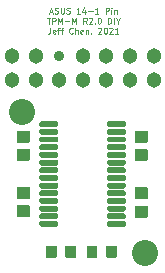
<source format=gbr>
%TF.GenerationSoftware,KiCad,Pcbnew,(5.1.8-0-10_14)*%
%TF.CreationDate,2021-08-04T22:04:29-04:00*%
%TF.ProjectId,MyTPM,4d795450-4d2e-46b6-9963-61645f706362,rev?*%
%TF.SameCoordinates,Original*%
%TF.FileFunction,Soldermask,Top*%
%TF.FilePolarity,Negative*%
%FSLAX46Y46*%
G04 Gerber Fmt 4.6, Leading zero omitted, Abs format (unit mm)*
G04 Created by KiCad (PCBNEW (5.1.8-0-10_14)) date 2021-08-04 22:04:29*
%MOMM*%
%LPD*%
G01*
G04 APERTURE LIST*
%ADD10C,0.100000*%
%ADD11C,2.201600*%
%ADD12C,1.301600*%
%ADD13C,0.901600*%
G04 APERTURE END LIST*
D10*
X147891857Y-63749333D02*
X148129952Y-63749333D01*
X147844238Y-63892190D02*
X148010904Y-63392190D01*
X148177571Y-63892190D01*
X148320428Y-63868380D02*
X148391857Y-63892190D01*
X148510904Y-63892190D01*
X148558523Y-63868380D01*
X148582333Y-63844571D01*
X148606142Y-63796952D01*
X148606142Y-63749333D01*
X148582333Y-63701714D01*
X148558523Y-63677904D01*
X148510904Y-63654095D01*
X148415666Y-63630285D01*
X148368047Y-63606476D01*
X148344238Y-63582666D01*
X148320428Y-63535047D01*
X148320428Y-63487428D01*
X148344238Y-63439809D01*
X148368047Y-63416000D01*
X148415666Y-63392190D01*
X148534714Y-63392190D01*
X148606142Y-63416000D01*
X148820428Y-63392190D02*
X148820428Y-63796952D01*
X148844238Y-63844571D01*
X148868047Y-63868380D01*
X148915666Y-63892190D01*
X149010904Y-63892190D01*
X149058523Y-63868380D01*
X149082333Y-63844571D01*
X149106142Y-63796952D01*
X149106142Y-63392190D01*
X149320428Y-63868380D02*
X149391857Y-63892190D01*
X149510904Y-63892190D01*
X149558523Y-63868380D01*
X149582333Y-63844571D01*
X149606142Y-63796952D01*
X149606142Y-63749333D01*
X149582333Y-63701714D01*
X149558523Y-63677904D01*
X149510904Y-63654095D01*
X149415666Y-63630285D01*
X149368047Y-63606476D01*
X149344238Y-63582666D01*
X149320428Y-63535047D01*
X149320428Y-63487428D01*
X149344238Y-63439809D01*
X149368047Y-63416000D01*
X149415666Y-63392190D01*
X149534714Y-63392190D01*
X149606142Y-63416000D01*
X150463285Y-63892190D02*
X150177571Y-63892190D01*
X150320428Y-63892190D02*
X150320428Y-63392190D01*
X150272809Y-63463619D01*
X150225190Y-63511238D01*
X150177571Y-63535047D01*
X150891857Y-63558857D02*
X150891857Y-63892190D01*
X150772809Y-63368380D02*
X150653761Y-63725523D01*
X150963285Y-63725523D01*
X151153761Y-63701714D02*
X151534714Y-63701714D01*
X152034714Y-63892190D02*
X151749000Y-63892190D01*
X151891857Y-63892190D02*
X151891857Y-63392190D01*
X151844238Y-63463619D01*
X151796619Y-63511238D01*
X151749000Y-63535047D01*
X152629952Y-63892190D02*
X152629952Y-63392190D01*
X152820428Y-63392190D01*
X152868047Y-63416000D01*
X152891857Y-63439809D01*
X152915666Y-63487428D01*
X152915666Y-63558857D01*
X152891857Y-63606476D01*
X152868047Y-63630285D01*
X152820428Y-63654095D01*
X152629952Y-63654095D01*
X153129952Y-63892190D02*
X153129952Y-63558857D01*
X153129952Y-63392190D02*
X153106142Y-63416000D01*
X153129952Y-63439809D01*
X153153761Y-63416000D01*
X153129952Y-63392190D01*
X153129952Y-63439809D01*
X153368047Y-63558857D02*
X153368047Y-63892190D01*
X153368047Y-63606476D02*
X153391857Y-63582666D01*
X153439476Y-63558857D01*
X153510904Y-63558857D01*
X153558523Y-63582666D01*
X153582333Y-63630285D01*
X153582333Y-63892190D01*
X147665666Y-64242190D02*
X147951380Y-64242190D01*
X147808523Y-64742190D02*
X147808523Y-64242190D01*
X148118047Y-64742190D02*
X148118047Y-64242190D01*
X148308523Y-64242190D01*
X148356142Y-64266000D01*
X148379952Y-64289809D01*
X148403761Y-64337428D01*
X148403761Y-64408857D01*
X148379952Y-64456476D01*
X148356142Y-64480285D01*
X148308523Y-64504095D01*
X148118047Y-64504095D01*
X148618047Y-64742190D02*
X148618047Y-64242190D01*
X148784714Y-64599333D01*
X148951380Y-64242190D01*
X148951380Y-64742190D01*
X149189476Y-64551714D02*
X149570428Y-64551714D01*
X149808523Y-64742190D02*
X149808523Y-64242190D01*
X149975190Y-64599333D01*
X150141857Y-64242190D01*
X150141857Y-64742190D01*
X151046619Y-64742190D02*
X150879952Y-64504095D01*
X150760904Y-64742190D02*
X150760904Y-64242190D01*
X150951380Y-64242190D01*
X150999000Y-64266000D01*
X151022809Y-64289809D01*
X151046619Y-64337428D01*
X151046619Y-64408857D01*
X151022809Y-64456476D01*
X150999000Y-64480285D01*
X150951380Y-64504095D01*
X150760904Y-64504095D01*
X151237095Y-64289809D02*
X151260904Y-64266000D01*
X151308523Y-64242190D01*
X151427571Y-64242190D01*
X151475190Y-64266000D01*
X151499000Y-64289809D01*
X151522809Y-64337428D01*
X151522809Y-64385047D01*
X151499000Y-64456476D01*
X151213285Y-64742190D01*
X151522809Y-64742190D01*
X151737095Y-64694571D02*
X151760904Y-64718380D01*
X151737095Y-64742190D01*
X151713285Y-64718380D01*
X151737095Y-64694571D01*
X151737095Y-64742190D01*
X152070428Y-64242190D02*
X152118047Y-64242190D01*
X152165666Y-64266000D01*
X152189476Y-64289809D01*
X152213285Y-64337428D01*
X152237095Y-64432666D01*
X152237095Y-64551714D01*
X152213285Y-64646952D01*
X152189476Y-64694571D01*
X152165666Y-64718380D01*
X152118047Y-64742190D01*
X152070428Y-64742190D01*
X152022809Y-64718380D01*
X151999000Y-64694571D01*
X151975190Y-64646952D01*
X151951380Y-64551714D01*
X151951380Y-64432666D01*
X151975190Y-64337428D01*
X151999000Y-64289809D01*
X152022809Y-64266000D01*
X152070428Y-64242190D01*
X152832333Y-64742190D02*
X152832333Y-64242190D01*
X152951380Y-64242190D01*
X153022809Y-64266000D01*
X153070428Y-64313619D01*
X153094238Y-64361238D01*
X153118047Y-64456476D01*
X153118047Y-64527904D01*
X153094238Y-64623142D01*
X153070428Y-64670761D01*
X153022809Y-64718380D01*
X152951380Y-64742190D01*
X152832333Y-64742190D01*
X153332333Y-64742190D02*
X153332333Y-64242190D01*
X153665666Y-64504095D02*
X153665666Y-64742190D01*
X153499000Y-64242190D02*
X153665666Y-64504095D01*
X153832333Y-64242190D01*
X147951380Y-65092190D02*
X147951380Y-65449333D01*
X147927571Y-65520761D01*
X147879952Y-65568380D01*
X147808523Y-65592190D01*
X147760904Y-65592190D01*
X148379952Y-65568380D02*
X148332333Y-65592190D01*
X148237095Y-65592190D01*
X148189476Y-65568380D01*
X148165666Y-65520761D01*
X148165666Y-65330285D01*
X148189476Y-65282666D01*
X148237095Y-65258857D01*
X148332333Y-65258857D01*
X148379952Y-65282666D01*
X148403761Y-65330285D01*
X148403761Y-65377904D01*
X148165666Y-65425523D01*
X148546619Y-65258857D02*
X148737095Y-65258857D01*
X148618047Y-65592190D02*
X148618047Y-65163619D01*
X148641857Y-65116000D01*
X148689476Y-65092190D01*
X148737095Y-65092190D01*
X148832333Y-65258857D02*
X149022809Y-65258857D01*
X148903761Y-65592190D02*
X148903761Y-65163619D01*
X148927571Y-65116000D01*
X148975190Y-65092190D01*
X149022809Y-65092190D01*
X149856142Y-65544571D02*
X149832333Y-65568380D01*
X149760904Y-65592190D01*
X149713285Y-65592190D01*
X149641857Y-65568380D01*
X149594238Y-65520761D01*
X149570428Y-65473142D01*
X149546619Y-65377904D01*
X149546619Y-65306476D01*
X149570428Y-65211238D01*
X149594238Y-65163619D01*
X149641857Y-65116000D01*
X149713285Y-65092190D01*
X149760904Y-65092190D01*
X149832333Y-65116000D01*
X149856142Y-65139809D01*
X150070428Y-65592190D02*
X150070428Y-65092190D01*
X150284714Y-65592190D02*
X150284714Y-65330285D01*
X150260904Y-65282666D01*
X150213285Y-65258857D01*
X150141857Y-65258857D01*
X150094238Y-65282666D01*
X150070428Y-65306476D01*
X150713285Y-65568380D02*
X150665666Y-65592190D01*
X150570428Y-65592190D01*
X150522809Y-65568380D01*
X150499000Y-65520761D01*
X150499000Y-65330285D01*
X150522809Y-65282666D01*
X150570428Y-65258857D01*
X150665666Y-65258857D01*
X150713285Y-65282666D01*
X150737095Y-65330285D01*
X150737095Y-65377904D01*
X150499000Y-65425523D01*
X150951380Y-65258857D02*
X150951380Y-65592190D01*
X150951380Y-65306476D02*
X150975190Y-65282666D01*
X151022809Y-65258857D01*
X151094238Y-65258857D01*
X151141857Y-65282666D01*
X151165666Y-65330285D01*
X151165666Y-65592190D01*
X151427571Y-65568380D02*
X151427571Y-65592190D01*
X151403761Y-65639809D01*
X151379952Y-65663619D01*
X151999000Y-65139809D02*
X152022809Y-65116000D01*
X152070428Y-65092190D01*
X152189476Y-65092190D01*
X152237095Y-65116000D01*
X152260904Y-65139809D01*
X152284714Y-65187428D01*
X152284714Y-65235047D01*
X152260904Y-65306476D01*
X151975190Y-65592190D01*
X152284714Y-65592190D01*
X152594238Y-65092190D02*
X152641857Y-65092190D01*
X152689476Y-65116000D01*
X152713285Y-65139809D01*
X152737095Y-65187428D01*
X152760904Y-65282666D01*
X152760904Y-65401714D01*
X152737095Y-65496952D01*
X152713285Y-65544571D01*
X152689476Y-65568380D01*
X152641857Y-65592190D01*
X152594238Y-65592190D01*
X152546619Y-65568380D01*
X152522809Y-65544571D01*
X152499000Y-65496952D01*
X152475190Y-65401714D01*
X152475190Y-65282666D01*
X152499000Y-65187428D01*
X152522809Y-65139809D01*
X152546619Y-65116000D01*
X152594238Y-65092190D01*
X152951380Y-65139809D02*
X152975190Y-65116000D01*
X153022809Y-65092190D01*
X153141857Y-65092190D01*
X153189476Y-65116000D01*
X153213285Y-65139809D01*
X153237095Y-65187428D01*
X153237095Y-65235047D01*
X153213285Y-65306476D01*
X152927571Y-65592190D01*
X153237095Y-65592190D01*
X153713285Y-65592190D02*
X153427571Y-65592190D01*
X153570428Y-65592190D02*
X153570428Y-65092190D01*
X153522809Y-65163619D01*
X153475190Y-65211238D01*
X153427571Y-65235047D01*
X147891857Y-63749333D02*
X148129952Y-63749333D01*
X147844238Y-63892190D02*
X148010904Y-63392190D01*
X148177571Y-63892190D01*
X148320428Y-63868380D02*
X148391857Y-63892190D01*
X148510904Y-63892190D01*
X148558523Y-63868380D01*
X148582333Y-63844571D01*
X148606142Y-63796952D01*
X148606142Y-63749333D01*
X148582333Y-63701714D01*
X148558523Y-63677904D01*
X148510904Y-63654095D01*
X148415666Y-63630285D01*
X148368047Y-63606476D01*
X148344238Y-63582666D01*
X148320428Y-63535047D01*
X148320428Y-63487428D01*
X148344238Y-63439809D01*
X148368047Y-63416000D01*
X148415666Y-63392190D01*
X148534714Y-63392190D01*
X148606142Y-63416000D01*
X148820428Y-63392190D02*
X148820428Y-63796952D01*
X148844238Y-63844571D01*
X148868047Y-63868380D01*
X148915666Y-63892190D01*
X149010904Y-63892190D01*
X149058523Y-63868380D01*
X149082333Y-63844571D01*
X149106142Y-63796952D01*
X149106142Y-63392190D01*
X149320428Y-63868380D02*
X149391857Y-63892190D01*
X149510904Y-63892190D01*
X149558523Y-63868380D01*
X149582333Y-63844571D01*
X149606142Y-63796952D01*
X149606142Y-63749333D01*
X149582333Y-63701714D01*
X149558523Y-63677904D01*
X149510904Y-63654095D01*
X149415666Y-63630285D01*
X149368047Y-63606476D01*
X149344238Y-63582666D01*
X149320428Y-63535047D01*
X149320428Y-63487428D01*
X149344238Y-63439809D01*
X149368047Y-63416000D01*
X149415666Y-63392190D01*
X149534714Y-63392190D01*
X149606142Y-63416000D01*
X150463285Y-63892190D02*
X150177571Y-63892190D01*
X150320428Y-63892190D02*
X150320428Y-63392190D01*
X150272809Y-63463619D01*
X150225190Y-63511238D01*
X150177571Y-63535047D01*
X150891857Y-63558857D02*
X150891857Y-63892190D01*
X150772809Y-63368380D02*
X150653761Y-63725523D01*
X150963285Y-63725523D01*
X151153761Y-63701714D02*
X151534714Y-63701714D01*
X152034714Y-63892190D02*
X151749000Y-63892190D01*
X151891857Y-63892190D02*
X151891857Y-63392190D01*
X151844238Y-63463619D01*
X151796619Y-63511238D01*
X151749000Y-63535047D01*
X152629952Y-63892190D02*
X152629952Y-63392190D01*
X152820428Y-63392190D01*
X152868047Y-63416000D01*
X152891857Y-63439809D01*
X152915666Y-63487428D01*
X152915666Y-63558857D01*
X152891857Y-63606476D01*
X152868047Y-63630285D01*
X152820428Y-63654095D01*
X152629952Y-63654095D01*
X153129952Y-63892190D02*
X153129952Y-63558857D01*
X153129952Y-63392190D02*
X153106142Y-63416000D01*
X153129952Y-63439809D01*
X153153761Y-63416000D01*
X153129952Y-63392190D01*
X153129952Y-63439809D01*
X153368047Y-63558857D02*
X153368047Y-63892190D01*
X153368047Y-63606476D02*
X153391857Y-63582666D01*
X153439476Y-63558857D01*
X153510904Y-63558857D01*
X153558523Y-63582666D01*
X153582333Y-63630285D01*
X153582333Y-63892190D01*
X147665666Y-64242190D02*
X147951380Y-64242190D01*
X147808523Y-64742190D02*
X147808523Y-64242190D01*
X148118047Y-64742190D02*
X148118047Y-64242190D01*
X148308523Y-64242190D01*
X148356142Y-64266000D01*
X148379952Y-64289809D01*
X148403761Y-64337428D01*
X148403761Y-64408857D01*
X148379952Y-64456476D01*
X148356142Y-64480285D01*
X148308523Y-64504095D01*
X148118047Y-64504095D01*
X148618047Y-64742190D02*
X148618047Y-64242190D01*
X148784714Y-64599333D01*
X148951380Y-64242190D01*
X148951380Y-64742190D01*
X149189476Y-64551714D02*
X149570428Y-64551714D01*
X149808523Y-64742190D02*
X149808523Y-64242190D01*
X149975190Y-64599333D01*
X150141857Y-64242190D01*
X150141857Y-64742190D01*
X151046619Y-64742190D02*
X150879952Y-64504095D01*
X150760904Y-64742190D02*
X150760904Y-64242190D01*
X150951380Y-64242190D01*
X150999000Y-64266000D01*
X151022809Y-64289809D01*
X151046619Y-64337428D01*
X151046619Y-64408857D01*
X151022809Y-64456476D01*
X150999000Y-64480285D01*
X150951380Y-64504095D01*
X150760904Y-64504095D01*
X151237095Y-64289809D02*
X151260904Y-64266000D01*
X151308523Y-64242190D01*
X151427571Y-64242190D01*
X151475190Y-64266000D01*
X151499000Y-64289809D01*
X151522809Y-64337428D01*
X151522809Y-64385047D01*
X151499000Y-64456476D01*
X151213285Y-64742190D01*
X151522809Y-64742190D01*
X151737095Y-64694571D02*
X151760904Y-64718380D01*
X151737095Y-64742190D01*
X151713285Y-64718380D01*
X151737095Y-64694571D01*
X151737095Y-64742190D01*
X152070428Y-64242190D02*
X152118047Y-64242190D01*
X152165666Y-64266000D01*
X152189476Y-64289809D01*
X152213285Y-64337428D01*
X152237095Y-64432666D01*
X152237095Y-64551714D01*
X152213285Y-64646952D01*
X152189476Y-64694571D01*
X152165666Y-64718380D01*
X152118047Y-64742190D01*
X152070428Y-64742190D01*
X152022809Y-64718380D01*
X151999000Y-64694571D01*
X151975190Y-64646952D01*
X151951380Y-64551714D01*
X151951380Y-64432666D01*
X151975190Y-64337428D01*
X151999000Y-64289809D01*
X152022809Y-64266000D01*
X152070428Y-64242190D01*
X152832333Y-64742190D02*
X152832333Y-64242190D01*
X152951380Y-64242190D01*
X153022809Y-64266000D01*
X153070428Y-64313619D01*
X153094238Y-64361238D01*
X153118047Y-64456476D01*
X153118047Y-64527904D01*
X153094238Y-64623142D01*
X153070428Y-64670761D01*
X153022809Y-64718380D01*
X152951380Y-64742190D01*
X152832333Y-64742190D01*
X153332333Y-64742190D02*
X153332333Y-64242190D01*
X153665666Y-64504095D02*
X153665666Y-64742190D01*
X153499000Y-64242190D02*
X153665666Y-64504095D01*
X153832333Y-64242190D01*
X147951380Y-65092190D02*
X147951380Y-65449333D01*
X147927571Y-65520761D01*
X147879952Y-65568380D01*
X147808523Y-65592190D01*
X147760904Y-65592190D01*
X148379952Y-65568380D02*
X148332333Y-65592190D01*
X148237095Y-65592190D01*
X148189476Y-65568380D01*
X148165666Y-65520761D01*
X148165666Y-65330285D01*
X148189476Y-65282666D01*
X148237095Y-65258857D01*
X148332333Y-65258857D01*
X148379952Y-65282666D01*
X148403761Y-65330285D01*
X148403761Y-65377904D01*
X148165666Y-65425523D01*
X148546619Y-65258857D02*
X148737095Y-65258857D01*
X148618047Y-65592190D02*
X148618047Y-65163619D01*
X148641857Y-65116000D01*
X148689476Y-65092190D01*
X148737095Y-65092190D01*
X148832333Y-65258857D02*
X149022809Y-65258857D01*
X148903761Y-65592190D02*
X148903761Y-65163619D01*
X148927571Y-65116000D01*
X148975190Y-65092190D01*
X149022809Y-65092190D01*
X149856142Y-65544571D02*
X149832333Y-65568380D01*
X149760904Y-65592190D01*
X149713285Y-65592190D01*
X149641857Y-65568380D01*
X149594238Y-65520761D01*
X149570428Y-65473142D01*
X149546619Y-65377904D01*
X149546619Y-65306476D01*
X149570428Y-65211238D01*
X149594238Y-65163619D01*
X149641857Y-65116000D01*
X149713285Y-65092190D01*
X149760904Y-65092190D01*
X149832333Y-65116000D01*
X149856142Y-65139809D01*
X150070428Y-65592190D02*
X150070428Y-65092190D01*
X150284714Y-65592190D02*
X150284714Y-65330285D01*
X150260904Y-65282666D01*
X150213285Y-65258857D01*
X150141857Y-65258857D01*
X150094238Y-65282666D01*
X150070428Y-65306476D01*
X150713285Y-65568380D02*
X150665666Y-65592190D01*
X150570428Y-65592190D01*
X150522809Y-65568380D01*
X150499000Y-65520761D01*
X150499000Y-65330285D01*
X150522809Y-65282666D01*
X150570428Y-65258857D01*
X150665666Y-65258857D01*
X150713285Y-65282666D01*
X150737095Y-65330285D01*
X150737095Y-65377904D01*
X150499000Y-65425523D01*
X150951380Y-65258857D02*
X150951380Y-65592190D01*
X150951380Y-65306476D02*
X150975190Y-65282666D01*
X151022809Y-65258857D01*
X151094238Y-65258857D01*
X151141857Y-65282666D01*
X151165666Y-65330285D01*
X151165666Y-65592190D01*
X151427571Y-65568380D02*
X151427571Y-65592190D01*
X151403761Y-65639809D01*
X151379952Y-65663619D01*
X151999000Y-65139809D02*
X152022809Y-65116000D01*
X152070428Y-65092190D01*
X152189476Y-65092190D01*
X152237095Y-65116000D01*
X152260904Y-65139809D01*
X152284714Y-65187428D01*
X152284714Y-65235047D01*
X152260904Y-65306476D01*
X151975190Y-65592190D01*
X152284714Y-65592190D01*
X152594238Y-65092190D02*
X152641857Y-65092190D01*
X152689476Y-65116000D01*
X152713285Y-65139809D01*
X152737095Y-65187428D01*
X152760904Y-65282666D01*
X152760904Y-65401714D01*
X152737095Y-65496952D01*
X152713285Y-65544571D01*
X152689476Y-65568380D01*
X152641857Y-65592190D01*
X152594238Y-65592190D01*
X152546619Y-65568380D01*
X152522809Y-65544571D01*
X152499000Y-65496952D01*
X152475190Y-65401714D01*
X152475190Y-65282666D01*
X152499000Y-65187428D01*
X152522809Y-65139809D01*
X152546619Y-65116000D01*
X152594238Y-65092190D01*
X152951380Y-65139809D02*
X152975190Y-65116000D01*
X153022809Y-65092190D01*
X153141857Y-65092190D01*
X153189476Y-65116000D01*
X153213285Y-65139809D01*
X153237095Y-65187428D01*
X153237095Y-65235047D01*
X153213285Y-65306476D01*
X152927571Y-65592190D01*
X153237095Y-65592190D01*
X153713285Y-65592190D02*
X153427571Y-65592190D01*
X153570428Y-65592190D02*
X153570428Y-65092190D01*
X153522809Y-65163619D01*
X153475190Y-65211238D01*
X153427571Y-65235047D01*
D11*
%TO.C,REF\u002A\u002A*%
X155933140Y-84206080D03*
%TD*%
%TO.C,REF\u002A\u002A*%
X145557240Y-72217280D03*
%TD*%
%TO.C,C4*%
G36*
G01*
X146151460Y-76370740D02*
X145181460Y-76370740D01*
G75*
G02*
X145130660Y-76319940I0J50800D01*
G01*
X145130660Y-75399940D01*
G75*
G02*
X145181460Y-75349140I50800J0D01*
G01*
X146151460Y-75349140D01*
G75*
G02*
X146202260Y-75399940I0J-50800D01*
G01*
X146202260Y-76319940D01*
G75*
G02*
X146151460Y-76370740I-50800J0D01*
G01*
G37*
G36*
G01*
X146151460Y-74820740D02*
X145181460Y-74820740D01*
G75*
G02*
X145130660Y-74769940I0J50800D01*
G01*
X145130660Y-73849940D01*
G75*
G02*
X145181460Y-73799140I50800J0D01*
G01*
X146151460Y-73799140D01*
G75*
G02*
X146202260Y-73849940I0J-50800D01*
G01*
X146202260Y-74769940D01*
G75*
G02*
X146151460Y-74820740I-50800J0D01*
G01*
G37*
%TD*%
D12*
%TO.C,P1*%
X144705300Y-67486780D03*
X146705300Y-67486780D03*
D13*
X148705300Y-67486780D03*
D12*
X150705300Y-67486780D03*
X152705300Y-67486780D03*
X154705300Y-67486780D03*
X156705300Y-67486780D03*
X144705300Y-69486780D03*
X146705300Y-69486780D03*
X148705300Y-69486780D03*
X150705300Y-69486780D03*
X152705300Y-69486780D03*
X154705300Y-69486780D03*
X156705300Y-69486780D03*
%TD*%
%TO.C,U1*%
G36*
G01*
X154341380Y-81579760D02*
X154341380Y-81830560D01*
G75*
G02*
X154215980Y-81955960I-125400J0D01*
G01*
X152890180Y-81955960D01*
G75*
G02*
X152764780Y-81830560I0J125400D01*
G01*
X152764780Y-81579760D01*
G75*
G02*
X152890180Y-81454360I125400J0D01*
G01*
X154215980Y-81454360D01*
G75*
G02*
X154341380Y-81579760I0J-125400D01*
G01*
G37*
G36*
G01*
X154341380Y-80929760D02*
X154341380Y-81180560D01*
G75*
G02*
X154215980Y-81305960I-125400J0D01*
G01*
X152890180Y-81305960D01*
G75*
G02*
X152764780Y-81180560I0J125400D01*
G01*
X152764780Y-80929760D01*
G75*
G02*
X152890180Y-80804360I125400J0D01*
G01*
X154215980Y-80804360D01*
G75*
G02*
X154341380Y-80929760I0J-125400D01*
G01*
G37*
G36*
G01*
X154341380Y-80279760D02*
X154341380Y-80530560D01*
G75*
G02*
X154215980Y-80655960I-125400J0D01*
G01*
X152890180Y-80655960D01*
G75*
G02*
X152764780Y-80530560I0J125400D01*
G01*
X152764780Y-80279760D01*
G75*
G02*
X152890180Y-80154360I125400J0D01*
G01*
X154215980Y-80154360D01*
G75*
G02*
X154341380Y-80279760I0J-125400D01*
G01*
G37*
G36*
G01*
X154341380Y-79629760D02*
X154341380Y-79880560D01*
G75*
G02*
X154215980Y-80005960I-125400J0D01*
G01*
X152890180Y-80005960D01*
G75*
G02*
X152764780Y-79880560I0J125400D01*
G01*
X152764780Y-79629760D01*
G75*
G02*
X152890180Y-79504360I125400J0D01*
G01*
X154215980Y-79504360D01*
G75*
G02*
X154341380Y-79629760I0J-125400D01*
G01*
G37*
G36*
G01*
X154341380Y-78979760D02*
X154341380Y-79230560D01*
G75*
G02*
X154215980Y-79355960I-125400J0D01*
G01*
X152890180Y-79355960D01*
G75*
G02*
X152764780Y-79230560I0J125400D01*
G01*
X152764780Y-78979760D01*
G75*
G02*
X152890180Y-78854360I125400J0D01*
G01*
X154215980Y-78854360D01*
G75*
G02*
X154341380Y-78979760I0J-125400D01*
G01*
G37*
G36*
G01*
X154341380Y-78329760D02*
X154341380Y-78580560D01*
G75*
G02*
X154215980Y-78705960I-125400J0D01*
G01*
X152890180Y-78705960D01*
G75*
G02*
X152764780Y-78580560I0J125400D01*
G01*
X152764780Y-78329760D01*
G75*
G02*
X152890180Y-78204360I125400J0D01*
G01*
X154215980Y-78204360D01*
G75*
G02*
X154341380Y-78329760I0J-125400D01*
G01*
G37*
G36*
G01*
X154341380Y-77679760D02*
X154341380Y-77930560D01*
G75*
G02*
X154215980Y-78055960I-125400J0D01*
G01*
X152890180Y-78055960D01*
G75*
G02*
X152764780Y-77930560I0J125400D01*
G01*
X152764780Y-77679760D01*
G75*
G02*
X152890180Y-77554360I125400J0D01*
G01*
X154215980Y-77554360D01*
G75*
G02*
X154341380Y-77679760I0J-125400D01*
G01*
G37*
G36*
G01*
X154341380Y-77029760D02*
X154341380Y-77280560D01*
G75*
G02*
X154215980Y-77405960I-125400J0D01*
G01*
X152890180Y-77405960D01*
G75*
G02*
X152764780Y-77280560I0J125400D01*
G01*
X152764780Y-77029760D01*
G75*
G02*
X152890180Y-76904360I125400J0D01*
G01*
X154215980Y-76904360D01*
G75*
G02*
X154341380Y-77029760I0J-125400D01*
G01*
G37*
G36*
G01*
X154341380Y-76379760D02*
X154341380Y-76630560D01*
G75*
G02*
X154215980Y-76755960I-125400J0D01*
G01*
X152890180Y-76755960D01*
G75*
G02*
X152764780Y-76630560I0J125400D01*
G01*
X152764780Y-76379760D01*
G75*
G02*
X152890180Y-76254360I125400J0D01*
G01*
X154215980Y-76254360D01*
G75*
G02*
X154341380Y-76379760I0J-125400D01*
G01*
G37*
G36*
G01*
X154341380Y-75729760D02*
X154341380Y-75980560D01*
G75*
G02*
X154215980Y-76105960I-125400J0D01*
G01*
X152890180Y-76105960D01*
G75*
G02*
X152764780Y-75980560I0J125400D01*
G01*
X152764780Y-75729760D01*
G75*
G02*
X152890180Y-75604360I125400J0D01*
G01*
X154215980Y-75604360D01*
G75*
G02*
X154341380Y-75729760I0J-125400D01*
G01*
G37*
G36*
G01*
X154341380Y-75079760D02*
X154341380Y-75330560D01*
G75*
G02*
X154215980Y-75455960I-125400J0D01*
G01*
X152890180Y-75455960D01*
G75*
G02*
X152764780Y-75330560I0J125400D01*
G01*
X152764780Y-75079760D01*
G75*
G02*
X152890180Y-74954360I125400J0D01*
G01*
X154215980Y-74954360D01*
G75*
G02*
X154341380Y-75079760I0J-125400D01*
G01*
G37*
G36*
G01*
X154341380Y-74429760D02*
X154341380Y-74680560D01*
G75*
G02*
X154215980Y-74805960I-125400J0D01*
G01*
X152890180Y-74805960D01*
G75*
G02*
X152764780Y-74680560I0J125400D01*
G01*
X152764780Y-74429760D01*
G75*
G02*
X152890180Y-74304360I125400J0D01*
G01*
X154215980Y-74304360D01*
G75*
G02*
X154341380Y-74429760I0J-125400D01*
G01*
G37*
G36*
G01*
X154341380Y-73779760D02*
X154341380Y-74030560D01*
G75*
G02*
X154215980Y-74155960I-125400J0D01*
G01*
X152890180Y-74155960D01*
G75*
G02*
X152764780Y-74030560I0J125400D01*
G01*
X152764780Y-73779760D01*
G75*
G02*
X152890180Y-73654360I125400J0D01*
G01*
X154215980Y-73654360D01*
G75*
G02*
X154341380Y-73779760I0J-125400D01*
G01*
G37*
G36*
G01*
X154341380Y-73129760D02*
X154341380Y-73380560D01*
G75*
G02*
X154215980Y-73505960I-125400J0D01*
G01*
X152890180Y-73505960D01*
G75*
G02*
X152764780Y-73380560I0J125400D01*
G01*
X152764780Y-73129760D01*
G75*
G02*
X152890180Y-73004360I125400J0D01*
G01*
X154215980Y-73004360D01*
G75*
G02*
X154341380Y-73129760I0J-125400D01*
G01*
G37*
G36*
G01*
X148616380Y-73129760D02*
X148616380Y-73380560D01*
G75*
G02*
X148490980Y-73505960I-125400J0D01*
G01*
X147165180Y-73505960D01*
G75*
G02*
X147039780Y-73380560I0J125400D01*
G01*
X147039780Y-73129760D01*
G75*
G02*
X147165180Y-73004360I125400J0D01*
G01*
X148490980Y-73004360D01*
G75*
G02*
X148616380Y-73129760I0J-125400D01*
G01*
G37*
G36*
G01*
X148616380Y-73779760D02*
X148616380Y-74030560D01*
G75*
G02*
X148490980Y-74155960I-125400J0D01*
G01*
X147165180Y-74155960D01*
G75*
G02*
X147039780Y-74030560I0J125400D01*
G01*
X147039780Y-73779760D01*
G75*
G02*
X147165180Y-73654360I125400J0D01*
G01*
X148490980Y-73654360D01*
G75*
G02*
X148616380Y-73779760I0J-125400D01*
G01*
G37*
G36*
G01*
X148616380Y-74429760D02*
X148616380Y-74680560D01*
G75*
G02*
X148490980Y-74805960I-125400J0D01*
G01*
X147165180Y-74805960D01*
G75*
G02*
X147039780Y-74680560I0J125400D01*
G01*
X147039780Y-74429760D01*
G75*
G02*
X147165180Y-74304360I125400J0D01*
G01*
X148490980Y-74304360D01*
G75*
G02*
X148616380Y-74429760I0J-125400D01*
G01*
G37*
G36*
G01*
X148616380Y-75079760D02*
X148616380Y-75330560D01*
G75*
G02*
X148490980Y-75455960I-125400J0D01*
G01*
X147165180Y-75455960D01*
G75*
G02*
X147039780Y-75330560I0J125400D01*
G01*
X147039780Y-75079760D01*
G75*
G02*
X147165180Y-74954360I125400J0D01*
G01*
X148490980Y-74954360D01*
G75*
G02*
X148616380Y-75079760I0J-125400D01*
G01*
G37*
G36*
G01*
X148616380Y-75729760D02*
X148616380Y-75980560D01*
G75*
G02*
X148490980Y-76105960I-125400J0D01*
G01*
X147165180Y-76105960D01*
G75*
G02*
X147039780Y-75980560I0J125400D01*
G01*
X147039780Y-75729760D01*
G75*
G02*
X147165180Y-75604360I125400J0D01*
G01*
X148490980Y-75604360D01*
G75*
G02*
X148616380Y-75729760I0J-125400D01*
G01*
G37*
G36*
G01*
X148616380Y-76379760D02*
X148616380Y-76630560D01*
G75*
G02*
X148490980Y-76755960I-125400J0D01*
G01*
X147165180Y-76755960D01*
G75*
G02*
X147039780Y-76630560I0J125400D01*
G01*
X147039780Y-76379760D01*
G75*
G02*
X147165180Y-76254360I125400J0D01*
G01*
X148490980Y-76254360D01*
G75*
G02*
X148616380Y-76379760I0J-125400D01*
G01*
G37*
G36*
G01*
X148616380Y-77029760D02*
X148616380Y-77280560D01*
G75*
G02*
X148490980Y-77405960I-125400J0D01*
G01*
X147165180Y-77405960D01*
G75*
G02*
X147039780Y-77280560I0J125400D01*
G01*
X147039780Y-77029760D01*
G75*
G02*
X147165180Y-76904360I125400J0D01*
G01*
X148490980Y-76904360D01*
G75*
G02*
X148616380Y-77029760I0J-125400D01*
G01*
G37*
G36*
G01*
X148616380Y-77679760D02*
X148616380Y-77930560D01*
G75*
G02*
X148490980Y-78055960I-125400J0D01*
G01*
X147165180Y-78055960D01*
G75*
G02*
X147039780Y-77930560I0J125400D01*
G01*
X147039780Y-77679760D01*
G75*
G02*
X147165180Y-77554360I125400J0D01*
G01*
X148490980Y-77554360D01*
G75*
G02*
X148616380Y-77679760I0J-125400D01*
G01*
G37*
G36*
G01*
X148616380Y-78329760D02*
X148616380Y-78580560D01*
G75*
G02*
X148490980Y-78705960I-125400J0D01*
G01*
X147165180Y-78705960D01*
G75*
G02*
X147039780Y-78580560I0J125400D01*
G01*
X147039780Y-78329760D01*
G75*
G02*
X147165180Y-78204360I125400J0D01*
G01*
X148490980Y-78204360D01*
G75*
G02*
X148616380Y-78329760I0J-125400D01*
G01*
G37*
G36*
G01*
X148616380Y-78979760D02*
X148616380Y-79230560D01*
G75*
G02*
X148490980Y-79355960I-125400J0D01*
G01*
X147165180Y-79355960D01*
G75*
G02*
X147039780Y-79230560I0J125400D01*
G01*
X147039780Y-78979760D01*
G75*
G02*
X147165180Y-78854360I125400J0D01*
G01*
X148490980Y-78854360D01*
G75*
G02*
X148616380Y-78979760I0J-125400D01*
G01*
G37*
G36*
G01*
X148616380Y-79629760D02*
X148616380Y-79880560D01*
G75*
G02*
X148490980Y-80005960I-125400J0D01*
G01*
X147165180Y-80005960D01*
G75*
G02*
X147039780Y-79880560I0J125400D01*
G01*
X147039780Y-79629760D01*
G75*
G02*
X147165180Y-79504360I125400J0D01*
G01*
X148490980Y-79504360D01*
G75*
G02*
X148616380Y-79629760I0J-125400D01*
G01*
G37*
G36*
G01*
X148616380Y-80279760D02*
X148616380Y-80530560D01*
G75*
G02*
X148490980Y-80655960I-125400J0D01*
G01*
X147165180Y-80655960D01*
G75*
G02*
X147039780Y-80530560I0J125400D01*
G01*
X147039780Y-80279760D01*
G75*
G02*
X147165180Y-80154360I125400J0D01*
G01*
X148490980Y-80154360D01*
G75*
G02*
X148616380Y-80279760I0J-125400D01*
G01*
G37*
G36*
G01*
X148616380Y-80929760D02*
X148616380Y-81180560D01*
G75*
G02*
X148490980Y-81305960I-125400J0D01*
G01*
X147165180Y-81305960D01*
G75*
G02*
X147039780Y-81180560I0J125400D01*
G01*
X147039780Y-80929760D01*
G75*
G02*
X147165180Y-80804360I125400J0D01*
G01*
X148490980Y-80804360D01*
G75*
G02*
X148616380Y-80929760I0J-125400D01*
G01*
G37*
G36*
G01*
X148616380Y-81579760D02*
X148616380Y-81830560D01*
G75*
G02*
X148490980Y-81955960I-125400J0D01*
G01*
X147165180Y-81955960D01*
G75*
G02*
X147039780Y-81830560I0J125400D01*
G01*
X147039780Y-81579760D01*
G75*
G02*
X147165180Y-81454360I125400J0D01*
G01*
X148490980Y-81454360D01*
G75*
G02*
X148616380Y-81579760I0J-125400D01*
G01*
G37*
%TD*%
%TO.C,R2*%
G36*
G01*
X147590900Y-84511060D02*
X147590900Y-83581060D01*
G75*
G02*
X147641700Y-83530260I50800J0D01*
G01*
X148431700Y-83530260D01*
G75*
G02*
X148482500Y-83581060I0J-50800D01*
G01*
X148482500Y-84511060D01*
G75*
G02*
X148431700Y-84561860I-50800J0D01*
G01*
X147641700Y-84561860D01*
G75*
G02*
X147590900Y-84511060I0J50800D01*
G01*
G37*
G36*
G01*
X149230900Y-84511060D02*
X149230900Y-83581060D01*
G75*
G02*
X149281700Y-83530260I50800J0D01*
G01*
X150071700Y-83530260D01*
G75*
G02*
X150122500Y-83581060I0J-50800D01*
G01*
X150122500Y-84511060D01*
G75*
G02*
X150071700Y-84561860I-50800J0D01*
G01*
X149281700Y-84561860D01*
G75*
G02*
X149230900Y-84511060I0J50800D01*
G01*
G37*
%TD*%
%TO.C,R1*%
G36*
G01*
X153587060Y-83581060D02*
X153587060Y-84511060D01*
G75*
G02*
X153536260Y-84561860I-50800J0D01*
G01*
X152746260Y-84561860D01*
G75*
G02*
X152695460Y-84511060I0J50800D01*
G01*
X152695460Y-83581060D01*
G75*
G02*
X152746260Y-83530260I50800J0D01*
G01*
X153536260Y-83530260D01*
G75*
G02*
X153587060Y-83581060I0J-50800D01*
G01*
G37*
G36*
G01*
X151947060Y-83581060D02*
X151947060Y-84511060D01*
G75*
G02*
X151896260Y-84561860I-50800J0D01*
G01*
X151106260Y-84561860D01*
G75*
G02*
X151055460Y-84511060I0J50800D01*
G01*
X151055460Y-83581060D01*
G75*
G02*
X151106260Y-83530260I50800J0D01*
G01*
X151896260Y-83530260D01*
G75*
G02*
X151947060Y-83581060I0J-50800D01*
G01*
G37*
%TD*%
%TO.C,C3*%
G36*
G01*
X145181460Y-78574340D02*
X146151460Y-78574340D01*
G75*
G02*
X146202260Y-78625140I0J-50800D01*
G01*
X146202260Y-79545140D01*
G75*
G02*
X146151460Y-79595940I-50800J0D01*
G01*
X145181460Y-79595940D01*
G75*
G02*
X145130660Y-79545140I0J50800D01*
G01*
X145130660Y-78625140D01*
G75*
G02*
X145181460Y-78574340I50800J0D01*
G01*
G37*
G36*
G01*
X145181460Y-80124340D02*
X146151460Y-80124340D01*
G75*
G02*
X146202260Y-80175140I0J-50800D01*
G01*
X146202260Y-81095140D01*
G75*
G02*
X146151460Y-81145940I-50800J0D01*
G01*
X145181460Y-81145940D01*
G75*
G02*
X145130660Y-81095140I0J50800D01*
G01*
X145130660Y-80175140D01*
G75*
G02*
X145181460Y-80124340I50800J0D01*
G01*
G37*
%TD*%
%TO.C,C2*%
G36*
G01*
X156133660Y-76380900D02*
X155163660Y-76380900D01*
G75*
G02*
X155112860Y-76330100I0J50800D01*
G01*
X155112860Y-75410100D01*
G75*
G02*
X155163660Y-75359300I50800J0D01*
G01*
X156133660Y-75359300D01*
G75*
G02*
X156184460Y-75410100I0J-50800D01*
G01*
X156184460Y-76330100D01*
G75*
G02*
X156133660Y-76380900I-50800J0D01*
G01*
G37*
G36*
G01*
X156133660Y-74830900D02*
X155163660Y-74830900D01*
G75*
G02*
X155112860Y-74780100I0J50800D01*
G01*
X155112860Y-73860100D01*
G75*
G02*
X155163660Y-73809300I50800J0D01*
G01*
X156133660Y-73809300D01*
G75*
G02*
X156184460Y-73860100I0J-50800D01*
G01*
X156184460Y-74780100D01*
G75*
G02*
X156133660Y-74830900I-50800J0D01*
G01*
G37*
%TD*%
%TO.C,C1*%
G36*
G01*
X155176360Y-78602280D02*
X156146360Y-78602280D01*
G75*
G02*
X156197160Y-78653080I0J-50800D01*
G01*
X156197160Y-79573080D01*
G75*
G02*
X156146360Y-79623880I-50800J0D01*
G01*
X155176360Y-79623880D01*
G75*
G02*
X155125560Y-79573080I0J50800D01*
G01*
X155125560Y-78653080D01*
G75*
G02*
X155176360Y-78602280I50800J0D01*
G01*
G37*
G36*
G01*
X155176360Y-80152280D02*
X156146360Y-80152280D01*
G75*
G02*
X156197160Y-80203080I0J-50800D01*
G01*
X156197160Y-81123080D01*
G75*
G02*
X156146360Y-81173880I-50800J0D01*
G01*
X155176360Y-81173880D01*
G75*
G02*
X155125560Y-81123080I0J50800D01*
G01*
X155125560Y-80203080D01*
G75*
G02*
X155176360Y-80152280I50800J0D01*
G01*
G37*
%TD*%
M02*

</source>
